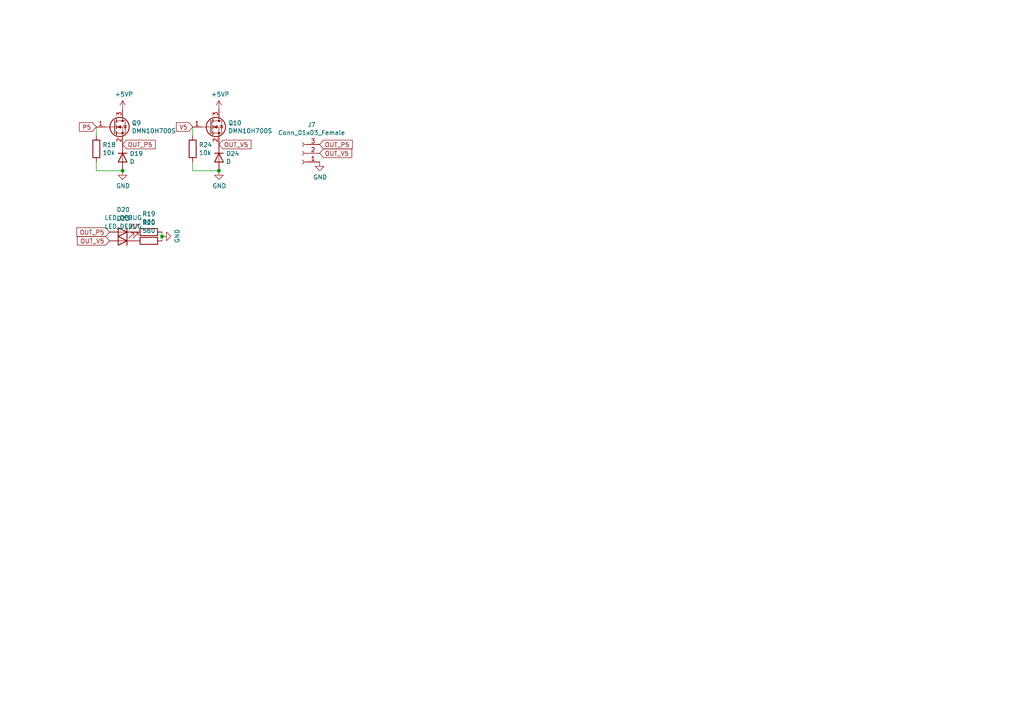
<source format=kicad_sch>
(kicad_sch (version 20211123) (generator eeschema)
  (paper "A4")
  (lib_symbols
    (symbol "Connector:Conn_01x03_Female" (pin_names (offset 1.016) hide)
      (property "Reference" "J" (at 0 5.08 0))
      (property "Value" "Conn_01x03_Female" (at 0 -5.08 0))
      (symbol "Conn_01x03_Female_1_1"
        (arc (start 0 -2.032) (mid -0.508 -2.54) (end 0 -3.048) (stroke (width 0.1524)))
        (polyline (pts (xy -1.27 -2.54) (xy -0.508 -2.54)) (stroke (width 0.1524)))
        (polyline (pts (xy -1.27 0) (xy -0.508 0)) (stroke (width 0.1524)))
        (polyline (pts (xy -1.27 2.54) (xy -0.508 2.54)) (stroke (width 0.1524)))
        (arc (start 0 0.508) (mid -0.508 0) (end 0 -0.508) (stroke (width 0.1524)))
        (arc (start 0 3.048) (mid -0.508 2.54) (end 0 2.032) (stroke (width 0.1524)))
        (pin passive line (at -5.08 2.54 0) (length 3.81) (name "Pin_1") (number "1"))
        (pin passive line (at -5.08 0 0) (length 3.81) (name "Pin_2") (number "2"))
        (pin passive line (at -5.08 -2.54 0) (length 3.81) (name "Pin_3") (number "3"))
      )
    )
    (symbol "Device:D" (pin_numbers hide) (pin_names (offset 1.016) hide)
      (property "Reference" "D" (at 0 2.54 0))
      (property "Value" "D" (at 0 -2.54 0))
      (symbol "D_0_1"
        (polyline (pts (xy -1.27 1.27) (xy -1.27 -1.27)) (stroke (width 0.254)))
        (polyline (pts (xy 1.27 0) (xy -1.27 0)))
        (polyline (pts (xy 1.27 1.27) (xy 1.27 -1.27) (xy -1.27 0) (xy 1.27 1.27)) (stroke (width 0.254)))
      )
      (symbol "D_1_1"
        (pin passive line (at -3.81 0 0) (length 2.54) (name "K") (number "1"))
        (pin passive line (at 3.81 0 180) (length 2.54) (name "A") (number "2"))
      )
    )
    (symbol "Device:LED" (pin_numbers hide) (pin_names (offset 1.016) hide)
      (property "Reference" "D" (at 0 2.54 0))
      (property "Value" "LED" (at 0 -2.54 0))
      (symbol "LED_0_1"
        (polyline (pts (xy -1.27 -1.27) (xy -1.27 1.27)) (stroke (width 0.254)))
        (polyline (pts (xy -1.27 0) (xy 1.27 0)))
        (polyline (pts (xy 1.27 -1.27) (xy 1.27 1.27) (xy -1.27 0) (xy 1.27 -1.27)) (stroke (width 0.254)))
        (polyline (pts (xy -3.048 -0.762) (xy -4.572 -2.286) (xy -3.81 -2.286) (xy -4.572 -2.286) (xy -4.572 -1.524)))
        (polyline (pts (xy -1.778 -0.762) (xy -3.302 -2.286) (xy -2.54 -2.286) (xy -3.302 -2.286) (xy -3.302 -1.524)))
      )
      (symbol "LED_1_1"
        (pin passive line (at -3.81 0 0) (length 2.54) (name "K") (number "1"))
        (pin passive line (at 3.81 0 180) (length 2.54) (name "A") (number "2"))
      )
    )
    (symbol "Device:R" (pin_numbers hide) (pin_names (offset 0))
      (property "Reference" "R" (at 2.032 0 90))
      (property "Value" "R" (at 0 0 90))
      (symbol "R_0_1"
        (rectangle (start -1.016 -2.54) (end 1.016 2.54) (stroke (width 0.254)))
      )
      (symbol "R_1_1"
        (pin passive line (at 0 3.81 270) (length 1.27) (name "~") (number "1"))
        (pin passive line (at 0 -3.81 90) (length 1.27) (name "~") (number "2"))
      )
    )
    (symbol "Transistor_FET:DMN10H700S" (pin_names hide)
      (property "Reference" "Q" (at 5.08 1.905 0))
      (property "Value" "DMN10H700S" (at 5.08 0 0))
      (symbol "DMN10H700S_0_1"
        (polyline (pts (xy 0.254 0) (xy -2.54 0)))
        (polyline (pts (xy 0.254 1.905) (xy 0.254 -1.905)) (stroke (width 0.254)))
        (polyline (pts (xy 0.762 -1.27) (xy 0.762 -2.286)) (stroke (width 0.254)))
        (polyline (pts (xy 0.762 0.508) (xy 0.762 -0.508)) (stroke (width 0.254)))
        (polyline (pts (xy 0.762 2.286) (xy 0.762 1.27)) (stroke (width 0.254)))
        (polyline (pts (xy 2.54 2.54) (xy 2.54 1.778)))
        (polyline (pts (xy 2.54 -2.54) (xy 2.54 0) (xy 0.762 0)))
        (polyline (pts (xy 0.762 -1.778) (xy 3.302 -1.778) (xy 3.302 1.778) (xy 0.762 1.778)))
        (polyline (pts (xy 1.016 0) (xy 2.032 0.381) (xy 2.032 -0.381) (xy 1.016 0)) (fill (type outline)))
        (polyline (pts (xy 2.794 0.508) (xy 2.921 0.381) (xy 3.683 0.381) (xy 3.81 0.254)))
        (polyline (pts (xy 3.302 0.381) (xy 2.921 -0.254) (xy 3.683 -0.254) (xy 3.302 0.381)))
        (circle (center 1.651 0) (radius 2.794) (stroke (width 0.254)))
        (circle (center 2.54 -1.778) (radius 0.254) (fill (type outline)))
        (circle (center 2.54 1.778) (radius 0.254) (fill (type outline)))
      )
      (symbol "DMN10H700S_1_1"
        (pin input line (at -5.08 0 0) (length 2.54) (name "G") (number "1"))
        (pin passive line (at 2.54 -5.08 90) (length 2.54) (name "S") (number "2"))
        (pin passive line (at 2.54 5.08 270) (length 2.54) (name "D") (number "3"))
      )
    )
    (symbol "power:+5VP" (power) (pin_names (offset 0))
      (property "Value" "+5VP" (at 0 3.556 0))
      (symbol "+5VP_0_1"
        (polyline (pts (xy -0.762 1.27) (xy 0 2.54)))
        (polyline (pts (xy 0 0) (xy 0 2.54)))
        (polyline (pts (xy 0 2.54) (xy 0.762 1.27)))
      )
      (symbol "+5VP_1_1"
        (pin power_in line (at 0 0 90) (length 0) hide (name "+5VP") (number "1"))
      )
    )
    (symbol "power:GND" (power) (pin_names (offset 0))
      (property "Value" "GND" (at 0 -3.81 0))
      (symbol "GND_0_1"
        (polyline (pts (xy 0 0) (xy 0 -1.27) (xy 1.27 -1.27) (xy 0 -2.54) (xy -1.27 -1.27) (xy 0 -1.27)))
      )
      (symbol "GND_1_1"
        (pin power_in line (at 0 0 270) (length 0) hide (name "GND") (number "1"))
      )
    )
  )
  (junction (at 46.99 68.58))
  (junction (at 35.56 49.53))
  (junction (at 63.5 49.53))
  (wire (pts (xy 27.94 39.37) (xy 27.94 36.83)))
  (wire (pts (xy 27.94 46.99) (xy 27.94 49.53)))
  (wire (pts (xy 55.88 39.37) (xy 55.88 36.83)))
  (wire (pts (xy 55.88 49.53) (xy 63.5 49.53)))
  (wire (pts (xy 46.99 67.31) (xy 46.99 68.58)))
  (wire (pts (xy 46.99 68.58) (xy 46.99 69.85)))
  (wire (pts (xy 55.88 46.99) (xy 55.88 49.53)))
  (wire (pts (xy 27.94 49.53) (xy 35.56 49.53)))
  (global_label "OUT_P5" (shape input) (at 31.75 67.31 180) (property "Intersheet References" "${INTERSHEET_REFS}" (effects hide)))
  (global_label "OUT_V5" (shape input) (at 31.75 69.85 180) (property "Intersheet References" "${INTERSHEET_REFS}" (effects hide)))
  (global_label "V5" (shape input) (at 55.88 36.83 180) (property "Intersheet References" "${INTERSHEET_REFS}" (effects hide)))
  (global_label "OUT_P5" (shape input) (at 92.71 41.91 0) (property "Intersheet References" "${INTERSHEET_REFS}" (effects hide)))
  (global_label "OUT_V5" (shape input) (at 92.71 44.45 0) (property "Intersheet References" "${INTERSHEET_REFS}" (effects hide)))
  (global_label "OUT_P5" (shape input) (at 35.56 41.91 0) (property "Intersheet References" "${INTERSHEET_REFS}" (effects hide)))
  (global_label "OUT_V5" (shape input) (at 63.5 41.91 0) (property "Intersheet References" "${INTERSHEET_REFS}" (effects hide)))
  (global_label "P5" (shape input) (at 27.94 36.83 180) (property "Intersheet References" "${INTERSHEET_REFS}" (effects hide)))
  (symbol (lib_id "Transistor_FET:DMN10H700S") (at 33.02 36.83 0)
    (property "Reference" "Q9" (at 38.2016 35.6616 0) (effects (justify left)))
    (property "Value" "DMN10H700S" (at 38.2016 37.973 0) (effects (justify left)))
    (property "Footprint" "Package_TO_SOT_SMD:SOT-23" (effects hide))
    (property "Datasheet" "http://www.diodes.com/assets/Datasheets/DMN10H700S.pdf" (effects hide))
  )
  (symbol (lib_id "power:GND") (at 63.5 49.53 0)
    (property "Reference" "#PWR049" (effects hide))
    (property "Value" "GND" (at 63.627 53.9242 0))
  )
  (symbol (lib_id "power:GND") (at 92.71 46.99 0)
    (property "Reference" "#PWR050" (effects hide))
    (property "Value" "GND" (at 92.837 51.3842 0))
  )
  (symbol (lib_id "power:GND") (at 46.99 68.58 90)
    (property "Reference" "#PWR047" (effects hide))
    (property "Value" "GND" (at 51.3842 68.453 0))
  )
  (symbol (lib_id "Device:LED") (at 35.56 69.85 180)
    (property "Reference" "D23" (at 35.7378 63.373 0))
    (property "Value" "LED_DEBUG" (at 35.7378 65.6844 0))
    (property "Footprint" "LED_SMD:LED_0805_2012Metric_Pad1.15x1.40mm_HandSolder" (effects hide))
  )
  (symbol (lib_id "Device:R") (at 43.18 67.31 270)
    (property "Reference" "R19" (at 43.18 62.0522 90))
    (property "Value" "560" (at 43.18 64.3636 90))
    (property "Footprint" "Resistor_SMD:R_0805_2012Metric_Pad1.20x1.40mm_HandSolder" (effects hide))
  )
  (symbol (lib_id "power:GND") (at 35.56 49.53 0)
    (property "Reference" "#PWR046" (effects hide))
    (property "Value" "GND" (at 35.687 53.9242 0))
  )
  (symbol (lib_id "Device:R") (at 27.94 43.18 180)
    (property "Reference" "R18" (at 29.718 42.0116 0) (effects (justify right)))
    (property "Value" "10k" (at 29.718 44.323 0) (effects (justify right)))
    (property "Footprint" "Resistor_SMD:R_0805_2012Metric_Pad1.20x1.40mm_HandSolder" (effects hide))
  )
  (symbol (lib_id "power:+5VP") (at 35.56 31.75 0)
    (property "Reference" "#PWR043" (effects hide))
    (property "Value" "+5VP" (at 35.941 27.3558 0))
  )
  (symbol (lib_id "Device:D") (at 35.56 45.72 270)
    (property "Reference" "D19" (at 37.592 44.5516 90) (effects (justify left)))
    (property "Value" "D" (at 37.592 46.863 90) (effects (justify left)))
    (property "Footprint" "Diode_SMD:D_SOD-123" (effects hide))
  )
  (symbol (lib_id "Transistor_FET:DMN10H700S") (at 60.96 36.83 0)
    (property "Reference" "Q10" (at 66.1416 35.6616 0) (effects (justify left)))
    (property "Value" "DMN10H700S" (at 66.1416 37.973 0) (effects (justify left)))
    (property "Footprint" "Package_TO_SOT_SMD:SOT-23" (effects hide))
    (property "Datasheet" "http://www.diodes.com/assets/Datasheets/DMN10H700S.pdf" (effects hide))
  )
  (symbol (lib_id "Device:R") (at 55.88 43.18 180)
    (property "Reference" "R24" (at 57.658 42.0116 0) (effects (justify right)))
    (property "Value" "10k" (at 57.658 44.323 0) (effects (justify right)))
    (property "Footprint" "Resistor_SMD:R_0805_2012Metric_Pad1.20x1.40mm_HandSolder" (effects hide))
  )
  (symbol (lib_id "power:+5VP") (at 63.5 31.75 0)
    (property "Reference" "#PWR048" (effects hide))
    (property "Value" "+5VP" (at 63.881 27.3558 0))
  )
  (symbol (lib_id "Device:D") (at 63.5 45.72 270)
    (property "Reference" "D24" (at 65.532 44.5516 90) (effects (justify left)))
    (property "Value" "D" (at 65.532 46.863 90) (effects (justify left)))
    (property "Footprint" "Diode_SMD:D_SOD-123" (effects hide))
  )
  (symbol (lib_id "Connector:Conn_01x03_Female") (at 87.63 44.45 180)
    (property "Reference" "J7" (at 90.3732 36.195 0))
    (property "Value" "Conn_01x03_Female" (at 90.3732 38.5064 0))
    (property "Footprint" "AREA_lib_Connector:Wuerth_2.54mm_3pins_61900311121" (effects hide))
  )
  (symbol (lib_id "Device:R") (at 43.18 69.85 270)
    (property "Reference" "R20" (at 43.18 64.5922 90))
    (property "Value" "560" (at 43.18 66.9036 90))
    (property "Footprint" "Resistor_SMD:R_0805_2012Metric_Pad1.20x1.40mm_HandSolder" (effects hide))
  )
  (symbol (lib_id "Device:LED") (at 35.56 67.31 180)
    (property "Reference" "D20" (at 35.7378 60.833 0))
    (property "Value" "LED_DEBUG" (at 35.7378 63.1444 0))
    (property "Footprint" "LED_SMD:LED_0805_2012Metric_Pad1.15x1.40mm_HandSolder" (effects hide))
  )
)
</source>
